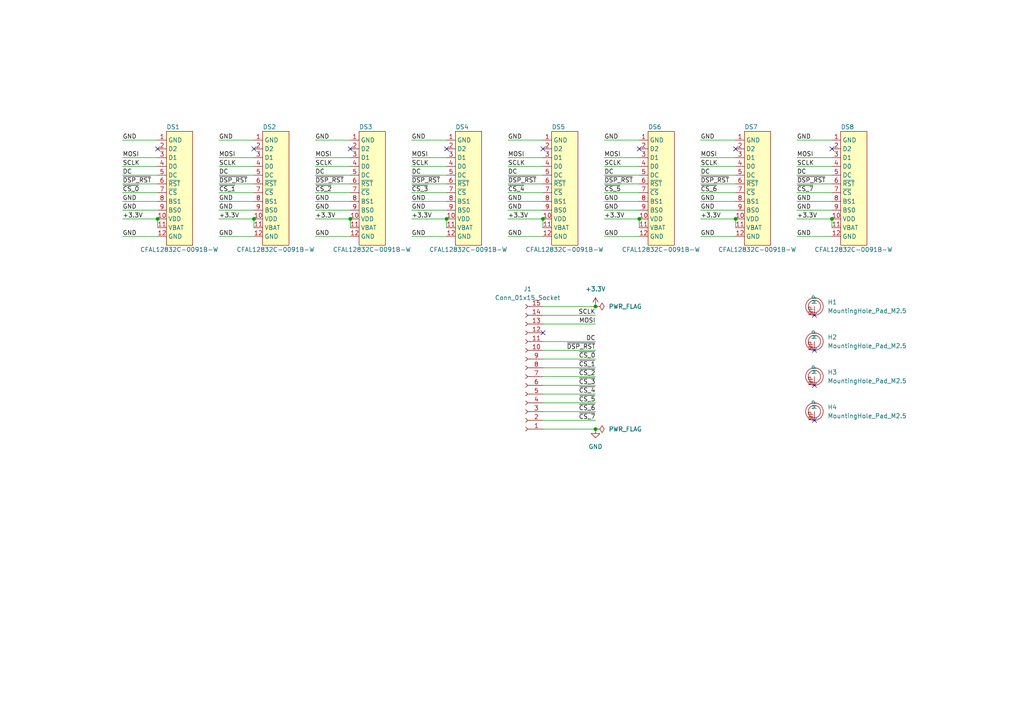
<source format=kicad_sch>
(kicad_sch (version 20230121) (generator eeschema)
  (paper "A4")
  (lib_symbols
    (symbol "Connector:Conn_01x15_Socket" (pin_names (offset 1.016) hide)
      (property "Reference" "J" (at 0 20.32 0))
      (property "Value" "Conn_01x15_Socket" (at 0 -20.32 0))
      (symbol "Conn_01x15_Socket_1_1"
        (arc (start 0 -17.272) (mid -0.5058 -17.78) (end 0 -18.288) (stroke (width 0.1524)))
        (arc (start 0 -14.732) (mid -0.5058 -15.24) (end 0 -15.748) (stroke (width 0.1524)))
        (arc (start 0 -12.192) (mid -0.5058 -12.7) (end 0 -13.208) (stroke (width 0.1524)))
        (arc (start 0 -9.652) (mid -0.5058 -10.16) (end 0 -10.668) (stroke (width 0.1524)))
        (arc (start 0 -7.112) (mid -0.5058 -7.62) (end 0 -8.128) (stroke (width 0.1524)))
        (arc (start 0 -4.572) (mid -0.5058 -5.08) (end 0 -5.588) (stroke (width 0.1524)))
        (arc (start 0 -2.032) (mid -0.5058 -2.54) (end 0 -3.048) (stroke (width 0.1524)))
        (polyline (pts (xy -1.27 -17.78) (xy -0.508 -17.78)) (stroke (width 0.1524)))
        (polyline (pts (xy -1.27 -15.24) (xy -0.508 -15.24)) (stroke (width 0.1524)))
        (polyline (pts (xy -1.27 -12.7) (xy -0.508 -12.7)) (stroke (width 0.1524)))
        (polyline (pts (xy -1.27 -10.16) (xy -0.508 -10.16)) (stroke (width 0.1524)))
        (polyline (pts (xy -1.27 -7.62) (xy -0.508 -7.62)) (stroke (width 0.1524)))
        (polyline (pts (xy -1.27 -5.08) (xy -0.508 -5.08)) (stroke (width 0.1524)))
        (polyline (pts (xy -1.27 -2.54) (xy -0.508 -2.54)) (stroke (width 0.1524)))
        (polyline (pts (xy -1.27 0) (xy -0.508 0)) (stroke (width 0.1524)))
        (polyline (pts (xy -1.27 2.54) (xy -0.508 2.54)) (stroke (width 0.1524)))
        (polyline (pts (xy -1.27 5.08) (xy -0.508 5.08)) (stroke (width 0.1524)))
        (polyline (pts (xy -1.27 7.62) (xy -0.508 7.62)) (stroke (width 0.1524)))
        (polyline (pts (xy -1.27 10.16) (xy -0.508 10.16)) (stroke (width 0.1524)))
        (polyline (pts (xy -1.27 12.7) (xy -0.508 12.7)) (stroke (width 0.1524)))
        (polyline (pts (xy -1.27 15.24) (xy -0.508 15.24)) (stroke (width 0.1524)))
        (polyline (pts (xy -1.27 17.78) (xy -0.508 17.78)) (stroke (width 0.1524)))
        (arc (start 0 0.508) (mid -0.5058 0) (end 0 -0.508) (stroke (width 0.1524)))
        (arc (start 0 3.048) (mid -0.5058 2.54) (end 0 2.032) (stroke (width 0.1524)))
        (arc (start 0 5.588) (mid -0.5058 5.08) (end 0 4.572) (stroke (width 0.1524)))
        (arc (start 0 8.128) (mid -0.5058 7.62) (end 0 7.112) (stroke (width 0.1524)))
        (arc (start 0 10.668) (mid -0.5058 10.16) (end 0 9.652) (stroke (width 0.1524)))
        (arc (start 0 13.208) (mid -0.5058 12.7) (end 0 12.192) (stroke (width 0.1524)))
        (arc (start 0 15.748) (mid -0.5058 15.24) (end 0 14.732) (stroke (width 0.1524)))
        (arc (start 0 18.288) (mid -0.5058 17.78) (end 0 17.272) (stroke (width 0.1524)))
        (pin passive line (at -5.08 17.78 0) (length 3.81) (name "Pin_1") (number "1"))
        (pin passive line (at -5.08 -5.08 0) (length 3.81) (name "Pin_10") (number "10"))
        (pin passive line (at -5.08 -7.62 0) (length 3.81) (name "Pin_11") (number "11"))
        (pin passive line (at -5.08 -10.16 0) (length 3.81) (name "Pin_12") (number "12"))
        (pin passive line (at -5.08 -12.7 0) (length 3.81) (name "Pin_13") (number "13"))
        (pin passive line (at -5.08 -15.24 0) (length 3.81) (name "Pin_14") (number "14"))
        (pin passive line (at -5.08 -17.78 0) (length 3.81) (name "Pin_15") (number "15"))
        (pin passive line (at -5.08 15.24 0) (length 3.81) (name "Pin_2") (number "2"))
        (pin passive line (at -5.08 12.7 0) (length 3.81) (name "Pin_3") (number "3"))
        (pin passive line (at -5.08 10.16 0) (length 3.81) (name "Pin_4") (number "4"))
        (pin passive line (at -5.08 7.62 0) (length 3.81) (name "Pin_5") (number "5"))
        (pin passive line (at -5.08 5.08 0) (length 3.81) (name "Pin_6") (number "6"))
        (pin passive line (at -5.08 2.54 0) (length 3.81) (name "Pin_7") (number "7"))
        (pin passive line (at -5.08 0 0) (length 3.81) (name "Pin_8") (number "8"))
        (pin passive line (at -5.08 -2.54 0) (length 3.81) (name "Pin_9") (number "9"))
      )
    )
    (symbol "MPP_Display_Graphic:CFAL12832C-0091B-W"
      (property "Reference" "DS" (at 1.27 19.05 0))
      (property "Value" "CFAL12832C-0091B-W" (at 11.43 16.51 0))
      (symbol "CFAL12832C-0091B-W_1_1"
        (rectangle (start 0 15.24) (end 7.62 -17.78) (fill (type background)))
        (pin power_in line (at -2.54 12.7 0) (length 2.54) (name "GND") (number "1"))
        (pin power_in line (at -2.54 -10.16 0) (length 2.54) (name "VDD") (number "10"))
        (pin power_in line (at -2.54 -12.7 0) (length 2.54) (name "VBAT") (number "11"))
        (pin power_in line (at -2.54 -15.24 0) (length 2.54) (name "GND") (number "12"))
        (pin bidirectional line (at -2.54 10.16 0) (length 2.54) (name "D2") (number "2"))
        (pin bidirectional line (at -2.54 7.62 0) (length 2.54) (name "D1") (number "3"))
        (pin bidirectional line (at -2.54 5.08 0) (length 2.54) (name "D0") (number "4"))
        (pin bidirectional line (at -2.54 2.54 0) (length 2.54) (name "DC") (number "5"))
        (pin bidirectional line (at -2.54 0 0) (length 2.54) (name "~{RST}") (number "6"))
        (pin bidirectional line (at -2.54 -2.54 0) (length 2.54) (name "~{CS}") (number "7"))
        (pin input line (at -2.54 -5.08 0) (length 2.54) (name "BS1") (number "8"))
        (pin input line (at -2.54 -7.62 0) (length 2.54) (name "BS0") (number "9"))
      )
    )
    (symbol "MPP_Mechanical:MountingHole_Pad_M2.5"
      (property "Reference" "H" (at 2.54 2.54 0))
      (property "Value" "MountingHole_Pad_M2.5" (at 0 4.445 0))
      (symbol "MountingHole_Pad_M2.5_0_1"
        (circle (center 0 0) (radius 2.54))
      )
      (symbol "MountingHole_Pad_M2.5_1_1"
        (circle (center 0 0) (radius 1.7961))
        (pin passive line (at 0 -2.54 90) (length 2.54) (name "MP") (number "MP"))
      )
    )
    (symbol "power:+3.3V" (power) (pin_names (offset 0))
      (property "Value" "+3.3V" (at 0 3.556 0))
      (symbol "+3.3V_0_1"
        (polyline (pts (xy -0.762 1.27) (xy 0 2.54)))
        (polyline (pts (xy 0 0) (xy 0 2.54)))
        (polyline (pts (xy 0 2.54) (xy 0.762 1.27)))
      )
      (symbol "+3.3V_1_1"
        (pin power_in line (at 0 0 90) (length 0) hide (name "+3.3V") (number "1"))
      )
    )
    (symbol "power:GND" (power) (pin_names (offset 0))
      (property "Value" "GND" (at 0 -3.81 0))
      (symbol "GND_0_1"
        (polyline (pts (xy 0 0) (xy 0 -1.27) (xy 1.27 -1.27) (xy 0 -2.54) (xy -1.27 -1.27) (xy 0 -1.27)))
      )
      (symbol "GND_1_1"
        (pin power_in line (at 0 0 270) (length 0) hide (name "GND") (number "1"))
      )
    )
    (symbol "power:PWR_FLAG" (power) (pin_numbers hide) (pin_names (offset 0) hide)
      (property "Value" "PWR_FLAG" (at 0 3.81 0))
      (symbol "PWR_FLAG_0_0"
        (pin power_out line (at 0 0 90) (length 0) (name "pwr") (number "1"))
      )
      (symbol "PWR_FLAG_0_1"
        (polyline (pts (xy 0 0) (xy 0 1.27) (xy -1.016 1.905) (xy 0 2.54) (xy 1.016 1.905) (xy 0 1.27)))
      )
    )
  )
  (junction (at 157.48 63.5))
  (junction (at 45.72 63.5))
  (junction (at 213.36 63.5))
  (junction (at 129.54 63.5))
  (junction (at 185.42 63.5))
  (junction (at 101.6 63.5))
  (junction (at 172.72 124.46))
  (junction (at 172.72 88.9))
  (junction (at 73.66 63.5))
  (junction (at 241.3 63.5))
  (no_connect (at 45.72 43.18))
  (no_connect (at 157.48 43.18))
  (no_connect (at 236.22 101.6))
  (no_connect (at 241.3 43.18))
  (no_connect (at 73.66 43.18))
  (no_connect (at 236.22 111.76))
  (no_connect (at 185.42 43.18))
  (no_connect (at 101.6 43.18))
  (no_connect (at 236.22 91.44))
  (no_connect (at 157.48 96.52))
  (no_connect (at 213.36 43.18))
  (no_connect (at 129.54 43.18))
  (no_connect (at 236.22 121.92))
  (wire (pts (xy 35.56 50.8) (xy 45.72 50.8)))
  (wire (pts (xy 63.5 58.42) (xy 73.66 58.42)))
  (wire (pts (xy 203.2 58.42) (xy 213.36 58.42)))
  (wire (pts (xy 157.48 116.84) (xy 172.72 116.84)))
  (wire (pts (xy 231.14 63.5) (xy 241.3 63.5)))
  (wire (pts (xy 91.44 58.42) (xy 101.6 58.42)))
  (wire (pts (xy 231.14 55.88) (xy 241.3 55.88)))
  (wire (pts (xy 203.2 40.64) (xy 213.36 40.64)))
  (wire (pts (xy 91.44 68.58) (xy 101.6 68.58)))
  (wire (pts (xy 35.56 48.26) (xy 45.72 48.26)))
  (wire (pts (xy 157.48 121.92) (xy 172.72 121.92)))
  (wire (pts (xy 91.44 53.34) (xy 101.6 53.34)))
  (wire (pts (xy 203.2 60.96) (xy 213.36 60.96)))
  (wire (pts (xy 119.38 48.26) (xy 129.54 48.26)))
  (wire (pts (xy 119.38 63.5) (xy 129.54 63.5)))
  (wire (pts (xy 35.56 58.42) (xy 45.72 58.42)))
  (wire (pts (xy 175.26 45.72) (xy 185.42 45.72)))
  (wire (pts (xy 231.14 50.8) (xy 241.3 50.8)))
  (wire (pts (xy 35.56 55.88) (xy 45.72 55.88)))
  (wire (pts (xy 203.2 45.72) (xy 213.36 45.72)))
  (wire (pts (xy 35.56 60.96) (xy 45.72 60.96)))
  (wire (pts (xy 63.5 40.64) (xy 73.66 40.64)))
  (wire (pts (xy 231.14 58.42) (xy 241.3 58.42)))
  (wire (pts (xy 119.38 55.88) (xy 129.54 55.88)))
  (wire (pts (xy 119.38 60.96) (xy 129.54 60.96)))
  (wire (pts (xy 175.26 53.34) (xy 185.42 53.34)))
  (wire (pts (xy 175.26 63.5) (xy 185.42 63.5)))
  (wire (pts (xy 231.14 53.34) (xy 241.3 53.34)))
  (wire (pts (xy 213.36 63.5) (xy 213.36 66.04)))
  (wire (pts (xy 203.2 50.8) (xy 213.36 50.8)))
  (wire (pts (xy 63.5 53.34) (xy 73.66 53.34)))
  (wire (pts (xy 175.26 58.42) (xy 185.42 58.42)))
  (wire (pts (xy 157.48 114.3) (xy 172.72 114.3)))
  (wire (pts (xy 157.48 99.06) (xy 172.72 99.06)))
  (wire (pts (xy 231.14 45.72) (xy 241.3 45.72)))
  (wire (pts (xy 157.48 63.5) (xy 157.48 66.04)))
  (wire (pts (xy 147.32 68.58) (xy 157.48 68.58)))
  (wire (pts (xy 203.2 63.5) (xy 213.36 63.5)))
  (wire (pts (xy 157.48 101.6) (xy 172.72 101.6)))
  (wire (pts (xy 129.54 63.5) (xy 129.54 66.04)))
  (wire (pts (xy 157.48 93.98) (xy 172.72 93.98)))
  (wire (pts (xy 45.72 63.5) (xy 45.72 66.04)))
  (wire (pts (xy 101.6 63.5) (xy 101.6 66.04)))
  (wire (pts (xy 157.48 88.9) (xy 172.72 88.9)))
  (wire (pts (xy 175.26 48.26) (xy 185.42 48.26)))
  (wire (pts (xy 63.5 55.88) (xy 73.66 55.88)))
  (wire (pts (xy 119.38 68.58) (xy 129.54 68.58)))
  (wire (pts (xy 175.26 60.96) (xy 185.42 60.96)))
  (wire (pts (xy 91.44 55.88) (xy 101.6 55.88)))
  (wire (pts (xy 63.5 60.96) (xy 73.66 60.96)))
  (wire (pts (xy 157.48 91.44) (xy 172.72 91.44)))
  (wire (pts (xy 157.48 106.68) (xy 172.72 106.68)))
  (wire (pts (xy 119.38 58.42) (xy 129.54 58.42)))
  (wire (pts (xy 91.44 60.96) (xy 101.6 60.96)))
  (wire (pts (xy 157.48 109.22) (xy 172.72 109.22)))
  (wire (pts (xy 175.26 40.64) (xy 185.42 40.64)))
  (wire (pts (xy 147.32 60.96) (xy 157.48 60.96)))
  (wire (pts (xy 119.38 40.64) (xy 129.54 40.64)))
  (wire (pts (xy 157.48 124.46) (xy 172.72 124.46)))
  (wire (pts (xy 157.48 119.38) (xy 172.72 119.38)))
  (wire (pts (xy 91.44 50.8) (xy 101.6 50.8)))
  (wire (pts (xy 63.5 48.26) (xy 73.66 48.26)))
  (wire (pts (xy 175.26 50.8) (xy 185.42 50.8)))
  (wire (pts (xy 63.5 45.72) (xy 73.66 45.72)))
  (wire (pts (xy 175.26 55.88) (xy 185.42 55.88)))
  (wire (pts (xy 231.14 48.26) (xy 241.3 48.26)))
  (wire (pts (xy 35.56 53.34) (xy 45.72 53.34)))
  (wire (pts (xy 157.48 111.76) (xy 172.72 111.76)))
  (wire (pts (xy 147.32 48.26) (xy 157.48 48.26)))
  (wire (pts (xy 35.56 40.64) (xy 45.72 40.64)))
  (wire (pts (xy 35.56 68.58) (xy 45.72 68.58)))
  (wire (pts (xy 119.38 45.72) (xy 129.54 45.72)))
  (wire (pts (xy 91.44 63.5) (xy 101.6 63.5)))
  (wire (pts (xy 119.38 50.8) (xy 129.54 50.8)))
  (wire (pts (xy 63.5 63.5) (xy 73.66 63.5)))
  (wire (pts (xy 241.3 63.5) (xy 241.3 66.04)))
  (wire (pts (xy 231.14 40.64) (xy 241.3 40.64)))
  (wire (pts (xy 231.14 68.58) (xy 241.3 68.58)))
  (wire (pts (xy 147.32 58.42) (xy 157.48 58.42)))
  (wire (pts (xy 175.26 68.58) (xy 185.42 68.58)))
  (wire (pts (xy 147.32 55.88) (xy 157.48 55.88)))
  (wire (pts (xy 203.2 48.26) (xy 213.36 48.26)))
  (wire (pts (xy 147.32 63.5) (xy 157.48 63.5)))
  (wire (pts (xy 63.5 68.58) (xy 73.66 68.58)))
  (wire (pts (xy 73.66 63.5) (xy 73.66 66.04)))
  (wire (pts (xy 231.14 60.96) (xy 241.3 60.96)))
  (wire (pts (xy 203.2 55.88) (xy 213.36 55.88)))
  (wire (pts (xy 203.2 53.34) (xy 213.36 53.34)))
  (wire (pts (xy 35.56 45.72) (xy 45.72 45.72)))
  (wire (pts (xy 119.38 53.34) (xy 129.54 53.34)))
  (wire (pts (xy 185.42 63.5) (xy 185.42 66.04)))
  (wire (pts (xy 147.32 50.8) (xy 157.48 50.8)))
  (wire (pts (xy 147.32 45.72) (xy 157.48 45.72)))
  (wire (pts (xy 147.32 40.64) (xy 157.48 40.64)))
  (wire (pts (xy 63.5 50.8) (xy 73.66 50.8)))
  (wire (pts (xy 91.44 45.72) (xy 101.6 45.72)))
  (wire (pts (xy 35.56 63.5) (xy 45.72 63.5)))
  (wire (pts (xy 203.2 68.58) (xy 213.36 68.58)))
  (wire (pts (xy 157.48 104.14) (xy 172.72 104.14)))
  (wire (pts (xy 91.44 40.64) (xy 101.6 40.64)))
  (wire (pts (xy 91.44 48.26) (xy 101.6 48.26)))
  (wire (pts (xy 147.32 53.34) (xy 157.48 53.34)))
  (label "SCLK" (at 63.5 48.26 0))
  (label "DC" (at 35.56 50.8 0))
  (label "~{CS_0}" (at 35.56 55.88 0))
  (label "GND" (at 91.44 40.64 0))
  (label "DC" (at 172.72 99.06 180))
  (label "GND" (at 203.2 58.42 0))
  (label "GND" (at 231.14 40.64 0))
  (label "MOSI" (at 119.38 45.72 0))
  (label "GND" (at 35.56 58.42 0))
  (label "~{CS_5}" (at 175.26 55.88 0))
  (label "~{CS_7}" (at 172.72 121.92 180))
  (label "GND" (at 203.2 68.58 0))
  (label "GND" (at 35.56 68.58 0))
  (label "GND" (at 63.5 58.42 0))
  (label "GND" (at 203.2 60.96 0))
  (label "~{DSP_RST}" (at 172.72 101.6 180))
  (label "~{CS_6}" (at 172.72 119.38 180))
  (label "+3.3V" (at 91.44 63.5 0))
  (label "GND" (at 119.38 40.64 0))
  (label "DC" (at 231.14 50.8 0))
  (label "DC" (at 147.32 50.8 0))
  (label "SCLK" (at 172.72 91.44 180))
  (label "GND" (at 119.38 68.58 0))
  (label "GND" (at 63.5 60.96 0))
  (label "~{DSP_RST}" (at 147.32 53.34 0))
  (label "DC" (at 203.2 50.8 0))
  (label "GND" (at 35.56 40.64 0))
  (label "GND" (at 231.14 68.58 0))
  (label "~{DSP_RST}" (at 91.44 53.34 0))
  (label "GND" (at 231.14 58.42 0))
  (label "GND" (at 147.32 68.58 0))
  (label "SCLK" (at 119.38 48.26 0))
  (label "SCLK" (at 35.56 48.26 0))
  (label "~{DSP_RST}" (at 175.26 53.34 0))
  (label "GND" (at 147.32 40.64 0))
  (label "GND" (at 175.26 40.64 0))
  (label "~{CS_0}" (at 172.72 104.14 180))
  (label "DC" (at 175.26 50.8 0))
  (label "~{CS_7}" (at 231.14 55.88 0))
  (label "~{CS_3}" (at 172.72 111.76 180))
  (label "GND" (at 175.26 58.42 0))
  (label "GND" (at 147.32 58.42 0))
  (label "SCLK" (at 203.2 48.26 0))
  (label "GND" (at 175.26 68.58 0))
  (label "+3.3V" (at 63.5 63.5 0))
  (label "~{DSP_RST}" (at 119.38 53.34 0))
  (label "~{CS_3}" (at 119.38 55.88 0))
  (label "MOSI" (at 203.2 45.72 0))
  (label "GND" (at 119.38 60.96 0))
  (label "~{CS_6}" (at 203.2 55.88 0))
  (label "SCLK" (at 231.14 48.26 0))
  (label "GND" (at 63.5 40.64 0))
  (label "~{DSP_RST}" (at 203.2 53.34 0))
  (label "MOSI" (at 63.5 45.72 0))
  (label "+3.3V" (at 147.32 63.5 0))
  (label "+3.3V" (at 175.26 63.5 0))
  (label "SCLK" (at 91.44 48.26 0))
  (label "MOSI" (at 231.14 45.72 0))
  (label "+3.3V" (at 203.2 63.5 0))
  (label "MOSI" (at 175.26 45.72 0))
  (label "MOSI" (at 91.44 45.72 0))
  (label "GND" (at 91.44 60.96 0))
  (label "~{CS_1}" (at 63.5 55.88 0))
  (label "DC" (at 63.5 50.8 0))
  (label "+3.3V" (at 119.38 63.5 0))
  (label "GND" (at 175.26 60.96 0))
  (label "GND" (at 91.44 58.42 0))
  (label "GND" (at 119.38 58.42 0))
  (label "+3.3V" (at 231.14 63.5 0))
  (label "SCLK" (at 147.32 48.26 0))
  (label "~{DSP_RST}" (at 35.56 53.34 0))
  (label "~{CS_5}" (at 172.72 116.84 180))
  (label "DC" (at 91.44 50.8 0))
  (label "GND" (at 91.44 68.58 0))
  (label "SCLK" (at 175.26 48.26 0))
  (label "MOSI" (at 147.32 45.72 0))
  (label "MOSI" (at 35.56 45.72 0))
  (label "GND" (at 63.5 68.58 0))
  (label "GND" (at 147.32 60.96 0))
  (label "~{CS_4}" (at 172.72 114.3 180))
  (label "~{CS_1}" (at 172.72 106.68 180))
  (label "GND" (at 203.2 40.64 0))
  (label "~{DSP_RST}" (at 231.14 53.34 0))
  (label "+3.3V" (at 35.56 63.5 0))
  (label "MOSI" (at 172.72 93.98 180))
  (label "~{CS_2}" (at 91.44 55.88 0))
  (label "DC" (at 119.38 50.8 0))
  (label "~{CS_2}" (at 172.72 109.22 180))
  (label "GND" (at 231.14 60.96 0))
  (label "~{CS_4}" (at 147.32 55.88 0))
  (label "~{DSP_RST}" (at 63.5 53.34 0))
  (label "GND" (at 35.56 60.96 0))
  (symbol (lib_id "power:PWR_FLAG") (at 172.72 88.9 270) (unit 1)
    (property "Reference" "#FLG01" (effects hide))
    (property "Value" "PWR_FLAG" (at 176.53 88.9 90) (effects (justify left)))
  )
  (symbol (lib_id "MPP_Display_Graphic:CFAL12832C-0091B-W") (at 48.26 53.34 0) (unit 1)
    (property "Reference" "DS1" (at 48.26 36.83 0) (effects (justify left)))
    (property "Value" "CFAL12832C-0091B-W" (at 40.64 72.39 0) (effects (justify left)))
    (property "Footprint" "MPP_Display:CFAL12832C-0091B-W" (effects hide))
    (property "Datasheet" "file:///C:/Users/marcp/Downloads/CFAL12832C-0091B-W_Datasheet%20(6).pdf" (effects hide))
  )
  (symbol (lib_id "MPP_Display_Graphic:CFAL12832C-0091B-W") (at 104.14 53.34 0) (unit 1)
    (property "Reference" "DS3" (at 104.14 36.83 0) (effects (justify left)))
    (property "Value" "CFAL12832C-0091B-W" (at 96.52 72.39 0) (effects (justify left)))
    (property "Footprint" "MPP_Display:CFAL12832C-0091B-W" (effects hide))
    (property "Datasheet" "file:///C:/Users/marcp/Downloads/CFAL12832C-0091B-W_Datasheet%20(6).pdf" (effects hide))
  )
  (symbol (lib_id "MPP_Display_Graphic:CFAL12832C-0091B-W") (at 243.84 53.34 0) (unit 1)
    (property "Reference" "DS8" (at 243.84 36.83 0) (effects (justify left)))
    (property "Value" "CFAL12832C-0091B-W" (at 236.22 72.39 0) (effects (justify left)))
    (property "Footprint" "MPP_Display:CFAL12832C-0091B-W" (effects hide))
    (property "Datasheet" "file:///C:/Users/marcp/Downloads/CFAL12832C-0091B-W_Datasheet%20(6).pdf" (effects hide))
  )
  (symbol (lib_id "MPP_Mechanical:MountingHole_Pad_M2.5") (at 236.22 109.22 0) (unit 1)
    (property "Reference" "H3" (at 240.03 107.95 0) (effects (justify left)))
    (property "Value" "MountingHole_Pad_M2.5" (at 240.03 110.49 0) (effects (justify left)))
    (property "Footprint" "MPP_MountingHole:MountingHole_M2.5" (effects hide))
  )
  (symbol (lib_id "MPP_Mechanical:MountingHole_Pad_M2.5") (at 236.22 119.38 0) (unit 1)
    (property "Reference" "H4" (at 240.03 118.11 0) (effects (justify left)))
    (property "Value" "MountingHole_Pad_M2.5" (at 240.03 120.65 0) (effects (justify left)))
    (property "Footprint" "MPP_MountingHole:MountingHole_M2.5" (effects hide))
  )
  (symbol (lib_id "power:PWR_FLAG") (at 172.72 124.46 270) (unit 1)
    (property "Reference" "#FLG02" (effects hide))
    (property "Value" "PWR_FLAG" (at 176.53 124.46 90) (effects (justify left)))
  )
  (symbol (lib_id "power:GND") (at 172.72 124.46 0) (unit 1)
    (property "Reference" "#PWR02" (effects hide))
    (property "Value" "GND" (at 172.72 129.54 0))
  )
  (symbol (lib_id "MPP_Display_Graphic:CFAL12832C-0091B-W") (at 187.96 53.34 0) (unit 1)
    (property "Reference" "DS6" (at 187.96 36.83 0) (effects (justify left)))
    (property "Value" "CFAL12832C-0091B-W" (at 180.34 72.39 0) (effects (justify left)))
    (property "Footprint" "MPP_Display:CFAL12832C-0091B-W" (effects hide))
    (property "Datasheet" "file:///C:/Users/marcp/Downloads/CFAL12832C-0091B-W_Datasheet%20(6).pdf" (effects hide))
  )
  (symbol (lib_id "power:+3.3V") (at 172.72 88.9 0) (unit 1)
    (property "Reference" "#PWR01" (effects hide))
    (property "Value" "+3.3V" (at 172.72 83.82 0))
  )
  (symbol (lib_id "MPP_Mechanical:MountingHole_Pad_M2.5") (at 236.22 99.06 0) (unit 1)
    (property "Reference" "H2" (at 240.03 97.79 0) (effects (justify left)))
    (property "Value" "MountingHole_Pad_M2.5" (at 240.03 100.33 0) (effects (justify left)))
    (property "Footprint" "MPP_MountingHole:MountingHole_M2.5" (effects hide))
  )
  (symbol (lib_id "MPP_Display_Graphic:CFAL12832C-0091B-W") (at 160.02 53.34 0) (unit 1)
    (property "Reference" "DS5" (at 160.02 36.83 0) (effects (justify left)))
    (property "Value" "CFAL12832C-0091B-W" (at 152.4 72.39 0) (effects (justify left)))
    (property "Footprint" "MPP_Display:CFAL12832C-0091B-W" (effects hide))
    (property "Datasheet" "file:///C:/Users/marcp/Downloads/CFAL12832C-0091B-W_Datasheet%20(6).pdf" (effects hide))
  )
  (symbol (lib_id "MPP_Display_Graphic:CFAL12832C-0091B-W") (at 76.2 53.34 0) (unit 1)
    (property "Reference" "DS2" (at 76.2 36.83 0) (effects (justify left)))
    (property "Value" "CFAL12832C-0091B-W" (at 68.58 72.39 0) (effects (justify left)))
    (property "Footprint" "MPP_Display:CFAL12832C-0091B-W" (effects hide))
    (property "Datasheet" "file:///C:/Users/marcp/Downloads/CFAL12832C-0091B-W_Datasheet%20(6).pdf" (effects hide))
  )
  (symbol (lib_id "MPP_Mechanical:MountingHole_Pad_M2.5") (at 236.22 88.9 0) (unit 1)
    (property "Reference" "H1" (at 240.03 87.63 0) (effects (justify left)))
    (property "Value" "MountingHole_Pad_M2.5" (at 240.03 90.17 0) (effects (justify left)))
    (property "Footprint" "MPP_MountingHole:MountingHole_M2.5" (effects hide))
  )
  (symbol (lib_id "MPP_Display_Graphic:CFAL12832C-0091B-W") (at 215.9 53.34 0) (unit 1)
    (property "Reference" "DS7" (at 215.9 36.83 0) (effects (justify left)))
    (property "Value" "CFAL12832C-0091B-W" (at 208.28 72.39 0) (effects (justify left)))
    (property "Footprint" "MPP_Display:CFAL12832C-0091B-W" (effects hide))
    (property "Datasheet" "file:///C:/Users/marcp/Downloads/CFAL12832C-0091B-W_Datasheet%20(6).pdf" (effects hide))
  )
  (symbol (lib_id "MPP_Display_Graphic:CFAL12832C-0091B-W") (at 132.08 53.34 0) (unit 1)
    (property "Reference" "DS4" (at 132.08 36.83 0) (effects (justify left)))
    (property "Value" "CFAL12832C-0091B-W" (at 124.46 72.39 0) (effects (justify left)))
    (property "Footprint" "MPP_Display:CFAL12832C-0091B-W" (effects hide))
    (property "Datasheet" "file:///C:/Users/marcp/Downloads/CFAL12832C-0091B-W_Datasheet%20(6).pdf" (effects hide))
  )
  (symbol (lib_id "Connector:Conn_01x15_Socket") (at 152.4 106.68 180) (unit 1)
    (property "Reference" "J1" (at 153.035 83.82 0))
    (property "Value" "Conn_01x15_Socket" (at 153.035 86.36 0))
    (property "Footprint" "Connector_FFC-FPC:Hirose_FH12-15S-0.5SH_1x15-1MP_P0.50mm_Horizontal" (effects hide))
  )
)
</source>
